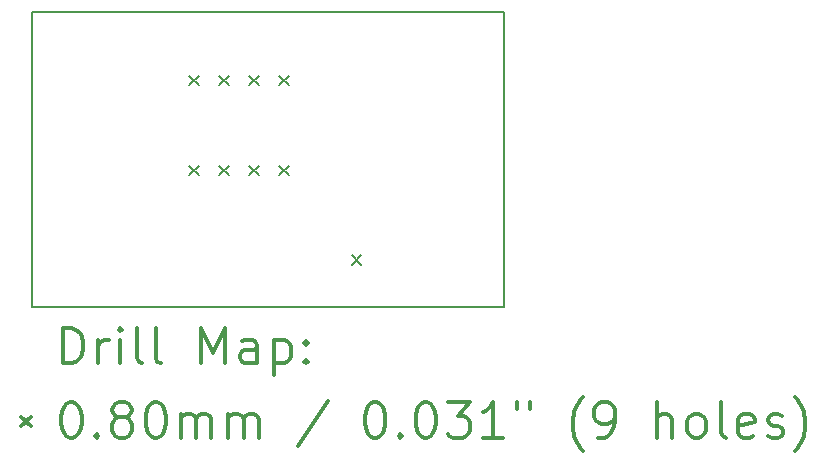
<source format=gbr>
%FSLAX45Y45*%
G04 Gerber Fmt 4.5, Leading zero omitted, Abs format (unit mm)*
G04 Created by KiCad (PCBNEW 4.0.6) date 07/29/17 18:07:27*
%MOMM*%
%LPD*%
G01*
G04 APERTURE LIST*
%ADD10C,0.127000*%
%ADD11C,0.150000*%
%ADD12C,0.200000*%
%ADD13C,0.300000*%
G04 APERTURE END LIST*
D10*
D11*
X11600000Y-5900000D02*
X7600000Y-5900000D01*
X7600000Y-8400000D02*
X7600000Y-5900000D01*
X11600000Y-8400000D02*
X7600000Y-8400000D01*
X11600000Y-5900000D02*
X11600000Y-8400000D01*
D12*
X8931600Y-6437220D02*
X9011600Y-6517220D01*
X9011600Y-6437220D02*
X8931600Y-6517220D01*
X8931600Y-7199220D02*
X9011600Y-7279220D01*
X9011600Y-7199220D02*
X8931600Y-7279220D01*
X9185600Y-6437220D02*
X9265600Y-6517220D01*
X9265600Y-6437220D02*
X9185600Y-6517220D01*
X9185600Y-7199220D02*
X9265600Y-7279220D01*
X9265600Y-7199220D02*
X9185600Y-7279220D01*
X9439600Y-6437220D02*
X9519600Y-6517220D01*
X9519600Y-6437220D02*
X9439600Y-6517220D01*
X9439600Y-7199220D02*
X9519600Y-7279220D01*
X9519600Y-7199220D02*
X9439600Y-7279220D01*
X9693600Y-6437220D02*
X9773600Y-6517220D01*
X9773600Y-6437220D02*
X9693600Y-6517220D01*
X9693600Y-7199220D02*
X9773600Y-7279220D01*
X9773600Y-7199220D02*
X9693600Y-7279220D01*
X10310000Y-7960000D02*
X10390000Y-8040000D01*
X10390000Y-7960000D02*
X10310000Y-8040000D01*
D13*
X7863928Y-8873214D02*
X7863928Y-8573214D01*
X7935357Y-8573214D01*
X7978214Y-8587500D01*
X8006786Y-8616072D01*
X8021071Y-8644643D01*
X8035357Y-8701786D01*
X8035357Y-8744643D01*
X8021071Y-8801786D01*
X8006786Y-8830357D01*
X7978214Y-8858929D01*
X7935357Y-8873214D01*
X7863928Y-8873214D01*
X8163928Y-8873214D02*
X8163928Y-8673214D01*
X8163928Y-8730357D02*
X8178214Y-8701786D01*
X8192500Y-8687500D01*
X8221071Y-8673214D01*
X8249643Y-8673214D01*
X8349643Y-8873214D02*
X8349643Y-8673214D01*
X8349643Y-8573214D02*
X8335357Y-8587500D01*
X8349643Y-8601786D01*
X8363928Y-8587500D01*
X8349643Y-8573214D01*
X8349643Y-8601786D01*
X8535357Y-8873214D02*
X8506786Y-8858929D01*
X8492500Y-8830357D01*
X8492500Y-8573214D01*
X8692500Y-8873214D02*
X8663929Y-8858929D01*
X8649643Y-8830357D01*
X8649643Y-8573214D01*
X9035357Y-8873214D02*
X9035357Y-8573214D01*
X9135357Y-8787500D01*
X9235357Y-8573214D01*
X9235357Y-8873214D01*
X9506786Y-8873214D02*
X9506786Y-8716072D01*
X9492500Y-8687500D01*
X9463929Y-8673214D01*
X9406786Y-8673214D01*
X9378214Y-8687500D01*
X9506786Y-8858929D02*
X9478214Y-8873214D01*
X9406786Y-8873214D01*
X9378214Y-8858929D01*
X9363929Y-8830357D01*
X9363929Y-8801786D01*
X9378214Y-8773214D01*
X9406786Y-8758929D01*
X9478214Y-8758929D01*
X9506786Y-8744643D01*
X9649643Y-8673214D02*
X9649643Y-8973214D01*
X9649643Y-8687500D02*
X9678214Y-8673214D01*
X9735357Y-8673214D01*
X9763929Y-8687500D01*
X9778214Y-8701786D01*
X9792500Y-8730357D01*
X9792500Y-8816072D01*
X9778214Y-8844643D01*
X9763929Y-8858929D01*
X9735357Y-8873214D01*
X9678214Y-8873214D01*
X9649643Y-8858929D01*
X9921071Y-8844643D02*
X9935357Y-8858929D01*
X9921071Y-8873214D01*
X9906786Y-8858929D01*
X9921071Y-8844643D01*
X9921071Y-8873214D01*
X9921071Y-8687500D02*
X9935357Y-8701786D01*
X9921071Y-8716072D01*
X9906786Y-8701786D01*
X9921071Y-8687500D01*
X9921071Y-8716072D01*
X7512500Y-9327500D02*
X7592500Y-9407500D01*
X7592500Y-9327500D02*
X7512500Y-9407500D01*
X7921071Y-9203214D02*
X7949643Y-9203214D01*
X7978214Y-9217500D01*
X7992500Y-9231786D01*
X8006786Y-9260357D01*
X8021071Y-9317500D01*
X8021071Y-9388929D01*
X8006786Y-9446072D01*
X7992500Y-9474643D01*
X7978214Y-9488929D01*
X7949643Y-9503214D01*
X7921071Y-9503214D01*
X7892500Y-9488929D01*
X7878214Y-9474643D01*
X7863928Y-9446072D01*
X7849643Y-9388929D01*
X7849643Y-9317500D01*
X7863928Y-9260357D01*
X7878214Y-9231786D01*
X7892500Y-9217500D01*
X7921071Y-9203214D01*
X8149643Y-9474643D02*
X8163928Y-9488929D01*
X8149643Y-9503214D01*
X8135357Y-9488929D01*
X8149643Y-9474643D01*
X8149643Y-9503214D01*
X8335357Y-9331786D02*
X8306786Y-9317500D01*
X8292500Y-9303214D01*
X8278214Y-9274643D01*
X8278214Y-9260357D01*
X8292500Y-9231786D01*
X8306786Y-9217500D01*
X8335357Y-9203214D01*
X8392500Y-9203214D01*
X8421071Y-9217500D01*
X8435357Y-9231786D01*
X8449643Y-9260357D01*
X8449643Y-9274643D01*
X8435357Y-9303214D01*
X8421071Y-9317500D01*
X8392500Y-9331786D01*
X8335357Y-9331786D01*
X8306786Y-9346072D01*
X8292500Y-9360357D01*
X8278214Y-9388929D01*
X8278214Y-9446072D01*
X8292500Y-9474643D01*
X8306786Y-9488929D01*
X8335357Y-9503214D01*
X8392500Y-9503214D01*
X8421071Y-9488929D01*
X8435357Y-9474643D01*
X8449643Y-9446072D01*
X8449643Y-9388929D01*
X8435357Y-9360357D01*
X8421071Y-9346072D01*
X8392500Y-9331786D01*
X8635357Y-9203214D02*
X8663929Y-9203214D01*
X8692500Y-9217500D01*
X8706786Y-9231786D01*
X8721071Y-9260357D01*
X8735357Y-9317500D01*
X8735357Y-9388929D01*
X8721071Y-9446072D01*
X8706786Y-9474643D01*
X8692500Y-9488929D01*
X8663929Y-9503214D01*
X8635357Y-9503214D01*
X8606786Y-9488929D01*
X8592500Y-9474643D01*
X8578214Y-9446072D01*
X8563929Y-9388929D01*
X8563929Y-9317500D01*
X8578214Y-9260357D01*
X8592500Y-9231786D01*
X8606786Y-9217500D01*
X8635357Y-9203214D01*
X8863929Y-9503214D02*
X8863929Y-9303214D01*
X8863929Y-9331786D02*
X8878214Y-9317500D01*
X8906786Y-9303214D01*
X8949643Y-9303214D01*
X8978214Y-9317500D01*
X8992500Y-9346072D01*
X8992500Y-9503214D01*
X8992500Y-9346072D02*
X9006786Y-9317500D01*
X9035357Y-9303214D01*
X9078214Y-9303214D01*
X9106786Y-9317500D01*
X9121071Y-9346072D01*
X9121071Y-9503214D01*
X9263929Y-9503214D02*
X9263929Y-9303214D01*
X9263929Y-9331786D02*
X9278214Y-9317500D01*
X9306786Y-9303214D01*
X9349643Y-9303214D01*
X9378214Y-9317500D01*
X9392500Y-9346072D01*
X9392500Y-9503214D01*
X9392500Y-9346072D02*
X9406786Y-9317500D01*
X9435357Y-9303214D01*
X9478214Y-9303214D01*
X9506786Y-9317500D01*
X9521071Y-9346072D01*
X9521071Y-9503214D01*
X10106786Y-9188929D02*
X9849643Y-9574643D01*
X10492500Y-9203214D02*
X10521071Y-9203214D01*
X10549643Y-9217500D01*
X10563928Y-9231786D01*
X10578214Y-9260357D01*
X10592500Y-9317500D01*
X10592500Y-9388929D01*
X10578214Y-9446072D01*
X10563928Y-9474643D01*
X10549643Y-9488929D01*
X10521071Y-9503214D01*
X10492500Y-9503214D01*
X10463928Y-9488929D01*
X10449643Y-9474643D01*
X10435357Y-9446072D01*
X10421071Y-9388929D01*
X10421071Y-9317500D01*
X10435357Y-9260357D01*
X10449643Y-9231786D01*
X10463928Y-9217500D01*
X10492500Y-9203214D01*
X10721071Y-9474643D02*
X10735357Y-9488929D01*
X10721071Y-9503214D01*
X10706786Y-9488929D01*
X10721071Y-9474643D01*
X10721071Y-9503214D01*
X10921071Y-9203214D02*
X10949643Y-9203214D01*
X10978214Y-9217500D01*
X10992500Y-9231786D01*
X11006786Y-9260357D01*
X11021071Y-9317500D01*
X11021071Y-9388929D01*
X11006786Y-9446072D01*
X10992500Y-9474643D01*
X10978214Y-9488929D01*
X10949643Y-9503214D01*
X10921071Y-9503214D01*
X10892500Y-9488929D01*
X10878214Y-9474643D01*
X10863928Y-9446072D01*
X10849643Y-9388929D01*
X10849643Y-9317500D01*
X10863928Y-9260357D01*
X10878214Y-9231786D01*
X10892500Y-9217500D01*
X10921071Y-9203214D01*
X11121071Y-9203214D02*
X11306785Y-9203214D01*
X11206785Y-9317500D01*
X11249643Y-9317500D01*
X11278214Y-9331786D01*
X11292500Y-9346072D01*
X11306785Y-9374643D01*
X11306785Y-9446072D01*
X11292500Y-9474643D01*
X11278214Y-9488929D01*
X11249643Y-9503214D01*
X11163928Y-9503214D01*
X11135357Y-9488929D01*
X11121071Y-9474643D01*
X11592500Y-9503214D02*
X11421071Y-9503214D01*
X11506785Y-9503214D02*
X11506785Y-9203214D01*
X11478214Y-9246072D01*
X11449643Y-9274643D01*
X11421071Y-9288929D01*
X11706786Y-9203214D02*
X11706786Y-9260357D01*
X11821071Y-9203214D02*
X11821071Y-9260357D01*
X12263928Y-9617500D02*
X12249643Y-9603214D01*
X12221071Y-9560357D01*
X12206785Y-9531786D01*
X12192500Y-9488929D01*
X12178214Y-9417500D01*
X12178214Y-9360357D01*
X12192500Y-9288929D01*
X12206785Y-9246072D01*
X12221071Y-9217500D01*
X12249643Y-9174643D01*
X12263928Y-9160357D01*
X12392500Y-9503214D02*
X12449643Y-9503214D01*
X12478214Y-9488929D01*
X12492500Y-9474643D01*
X12521071Y-9431786D01*
X12535357Y-9374643D01*
X12535357Y-9260357D01*
X12521071Y-9231786D01*
X12506785Y-9217500D01*
X12478214Y-9203214D01*
X12421071Y-9203214D01*
X12392500Y-9217500D01*
X12378214Y-9231786D01*
X12363928Y-9260357D01*
X12363928Y-9331786D01*
X12378214Y-9360357D01*
X12392500Y-9374643D01*
X12421071Y-9388929D01*
X12478214Y-9388929D01*
X12506785Y-9374643D01*
X12521071Y-9360357D01*
X12535357Y-9331786D01*
X12892500Y-9503214D02*
X12892500Y-9203214D01*
X13021071Y-9503214D02*
X13021071Y-9346072D01*
X13006785Y-9317500D01*
X12978214Y-9303214D01*
X12935357Y-9303214D01*
X12906785Y-9317500D01*
X12892500Y-9331786D01*
X13206785Y-9503214D02*
X13178214Y-9488929D01*
X13163928Y-9474643D01*
X13149643Y-9446072D01*
X13149643Y-9360357D01*
X13163928Y-9331786D01*
X13178214Y-9317500D01*
X13206785Y-9303214D01*
X13249643Y-9303214D01*
X13278214Y-9317500D01*
X13292500Y-9331786D01*
X13306785Y-9360357D01*
X13306785Y-9446072D01*
X13292500Y-9474643D01*
X13278214Y-9488929D01*
X13249643Y-9503214D01*
X13206785Y-9503214D01*
X13478214Y-9503214D02*
X13449643Y-9488929D01*
X13435357Y-9460357D01*
X13435357Y-9203214D01*
X13706786Y-9488929D02*
X13678214Y-9503214D01*
X13621071Y-9503214D01*
X13592500Y-9488929D01*
X13578214Y-9460357D01*
X13578214Y-9346072D01*
X13592500Y-9317500D01*
X13621071Y-9303214D01*
X13678214Y-9303214D01*
X13706786Y-9317500D01*
X13721071Y-9346072D01*
X13721071Y-9374643D01*
X13578214Y-9403214D01*
X13835357Y-9488929D02*
X13863928Y-9503214D01*
X13921071Y-9503214D01*
X13949643Y-9488929D01*
X13963928Y-9460357D01*
X13963928Y-9446072D01*
X13949643Y-9417500D01*
X13921071Y-9403214D01*
X13878214Y-9403214D01*
X13849643Y-9388929D01*
X13835357Y-9360357D01*
X13835357Y-9346072D01*
X13849643Y-9317500D01*
X13878214Y-9303214D01*
X13921071Y-9303214D01*
X13949643Y-9317500D01*
X14063928Y-9617500D02*
X14078214Y-9603214D01*
X14106786Y-9560357D01*
X14121071Y-9531786D01*
X14135357Y-9488929D01*
X14149643Y-9417500D01*
X14149643Y-9360357D01*
X14135357Y-9288929D01*
X14121071Y-9246072D01*
X14106786Y-9217500D01*
X14078214Y-9174643D01*
X14063928Y-9160357D01*
M02*

</source>
